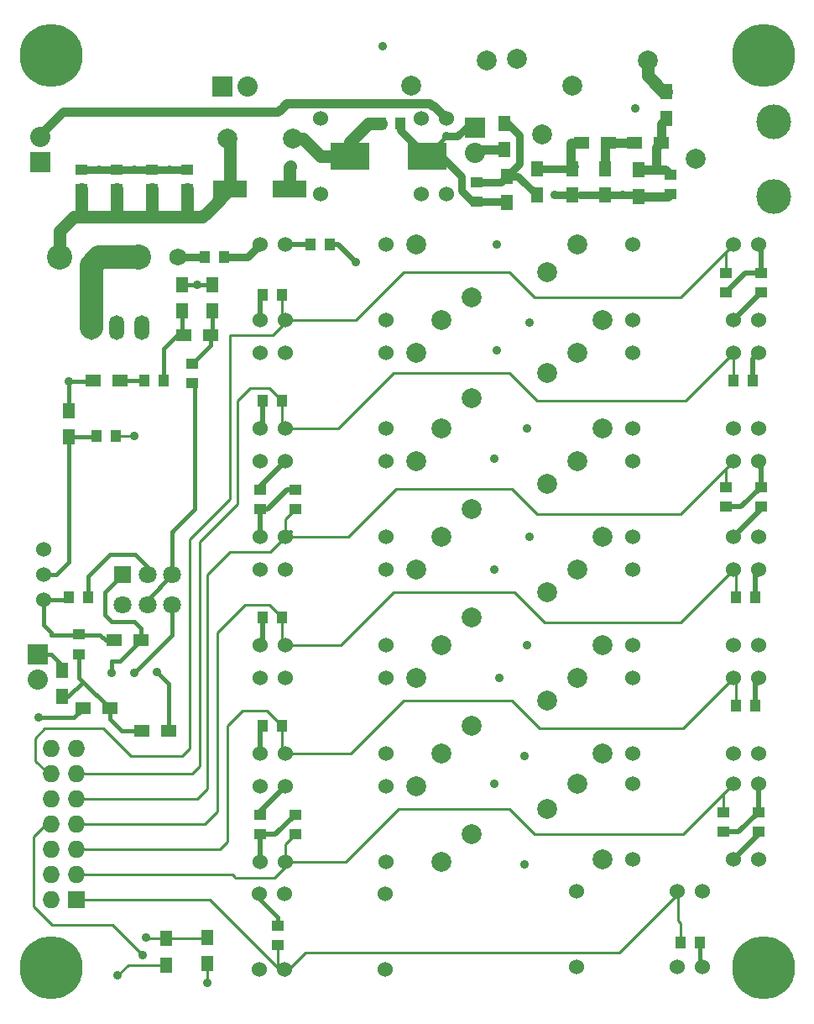
<source format=gbl>
G04 #@! TF.FileFunction,Copper,L4,Bot,Signal*
%FSLAX46Y46*%
G04 Gerber Fmt 4.6, Leading zero omitted, Abs format (unit mm)*
G04 Created by KiCad (PCBNEW 4.0.1-stable) date 10/02/2016 08:24:28*
%MOMM*%
G01*
G04 APERTURE LIST*
%ADD10C,0.100000*%
%ADD11R,1.000000X1.250000*%
%ADD12R,1.250000X1.000000*%
%ADD13C,3.500000*%
%ADD14C,2.000000*%
%ADD15C,1.524000*%
%ADD16R,1.300000X1.500000*%
%ADD17R,1.500000X1.300000*%
%ADD18C,6.350000*%
%ADD19R,2.032000X2.032000*%
%ADD20O,2.032000X2.032000*%
%ADD21O,1.501140X2.499360*%
%ADD22C,2.540000*%
%ADD23C,1.727200*%
%ADD24R,4.000500X2.700020*%
%ADD25R,3.500120X1.800860*%
%ADD26C,1.998980*%
%ADD27R,1.800000X1.800000*%
%ADD28C,1.800000*%
%ADD29R,1.727200X1.727200*%
%ADD30O,1.727200X1.727200*%
%ADD31C,0.889000*%
%ADD32C,0.780000*%
%ADD33C,0.254000*%
%ADD34C,0.381000*%
%ADD35C,0.910000*%
%ADD36C,0.508000*%
%ADD37C,1.270000*%
%ADD38C,2.400000*%
G04 APERTURE END LIST*
D10*
D11*
X128540000Y-71882000D03*
X130540000Y-71882000D03*
X125714000Y-77470000D03*
X123714000Y-77470000D03*
X152416000Y-45974000D03*
X154416000Y-45974000D03*
X134636000Y-59436000D03*
X136636000Y-59436000D03*
D12*
X125730000Y-50562000D03*
X125730000Y-52562000D03*
X132842000Y-50562000D03*
X132842000Y-52562000D03*
X122174000Y-50562000D03*
X122174000Y-52562000D03*
D13*
X192024000Y-53330000D03*
X192024000Y-45730000D03*
D14*
X184224000Y-49530000D03*
D15*
X118364000Y-91440000D03*
X118364000Y-93980000D03*
X118364000Y-88900000D03*
D16*
X175006000Y-53166000D03*
X175006000Y-50466000D03*
D17*
X172640000Y-47879000D03*
X175340000Y-47879000D03*
D16*
X171704000Y-53166000D03*
X171704000Y-50466000D03*
X135382000Y-62150000D03*
X135382000Y-64850000D03*
D17*
X132508000Y-67310000D03*
X135208000Y-67310000D03*
D16*
X132334000Y-62150000D03*
X132334000Y-64850000D03*
X181229000Y-45419000D03*
X181229000Y-42719000D03*
X178435000Y-53293000D03*
X178435000Y-50593000D03*
D17*
X177974000Y-47879000D03*
X180674000Y-47879000D03*
D18*
X191008000Y-39116000D03*
X119126000Y-39116000D03*
X191008000Y-131064000D03*
X119126000Y-131064000D03*
D19*
X117792500Y-99441000D03*
D20*
X117792500Y-101981000D03*
D17*
X123364000Y-71882000D03*
X126064000Y-71882000D03*
D16*
X120904000Y-74850000D03*
X120904000Y-77550000D03*
D12*
X129286000Y-50562000D03*
X129286000Y-52562000D03*
D15*
X159004000Y-45466000D03*
X156464000Y-45466000D03*
X146304000Y-45466000D03*
X146304000Y-53086000D03*
X159004000Y-53086000D03*
X156464000Y-53086000D03*
X140208000Y-65786000D03*
X142748000Y-65786000D03*
X152908000Y-65786000D03*
X152908000Y-58166000D03*
X140208000Y-58166000D03*
X142748000Y-58166000D03*
X140208000Y-76708000D03*
X142748000Y-76708000D03*
X152908000Y-76708000D03*
X152908000Y-69088000D03*
X140208000Y-69088000D03*
X142748000Y-69088000D03*
X140208000Y-87630000D03*
X142748000Y-87630000D03*
X152908000Y-87630000D03*
X152908000Y-80010000D03*
X140208000Y-80010000D03*
X142748000Y-80010000D03*
X140208000Y-98552000D03*
X142748000Y-98552000D03*
X152908000Y-98552000D03*
X152908000Y-90932000D03*
X140208000Y-90932000D03*
X142748000Y-90932000D03*
X140208000Y-109474000D03*
X142748000Y-109474000D03*
X152908000Y-109474000D03*
X152908000Y-101854000D03*
X140208000Y-101854000D03*
X142748000Y-101854000D03*
X140208000Y-120396000D03*
X142748000Y-120396000D03*
X152908000Y-120396000D03*
X152908000Y-112776000D03*
X140208000Y-112776000D03*
X142748000Y-112776000D03*
X140144500Y-131191000D03*
X142684500Y-131191000D03*
X152844500Y-131191000D03*
X152844500Y-123571000D03*
X140144500Y-123571000D03*
X142684500Y-123571000D03*
X190500000Y-58166000D03*
X187960000Y-58166000D03*
X177800000Y-58166000D03*
X177800000Y-65786000D03*
X190500000Y-65786000D03*
X187960000Y-65786000D03*
X190500000Y-69088000D03*
X187960000Y-69088000D03*
X177800000Y-69088000D03*
X177800000Y-76708000D03*
X190500000Y-76708000D03*
X187960000Y-76708000D03*
X190500000Y-80010000D03*
X187960000Y-80010000D03*
X177800000Y-80010000D03*
X177800000Y-87630000D03*
X190500000Y-87630000D03*
X187960000Y-87630000D03*
X190500000Y-90932000D03*
X187960000Y-90932000D03*
X177800000Y-90932000D03*
X177800000Y-98552000D03*
X190500000Y-98552000D03*
X187960000Y-98552000D03*
X190500000Y-101854000D03*
X187960000Y-101854000D03*
X177800000Y-101854000D03*
X177800000Y-109474000D03*
X190500000Y-109474000D03*
X187960000Y-109474000D03*
X190500000Y-112522000D03*
X187960000Y-112522000D03*
X177800000Y-112522000D03*
X177800000Y-120142000D03*
X190500000Y-120142000D03*
X187960000Y-120142000D03*
D19*
X118046500Y-49847500D03*
D20*
X118046500Y-47307500D03*
D19*
X136461500Y-42227500D03*
D20*
X139001500Y-42227500D03*
D21*
X125730000Y-66548000D03*
X128270000Y-66548000D03*
X123190000Y-66548000D03*
D22*
X119984000Y-59436000D03*
D23*
X123984000Y-59436000D03*
D22*
X127984000Y-59436000D03*
D23*
X131984000Y-59436000D03*
D24*
X157050740Y-49276000D03*
X149273260Y-49276000D03*
D25*
X143207740Y-52578000D03*
X137208260Y-52578000D03*
D11*
X147304000Y-58166000D03*
X145304000Y-58166000D03*
D26*
X179324000Y-39624000D03*
X171704000Y-42164000D03*
X168719500Y-47053500D03*
X166179500Y-39433500D03*
X155956000Y-58166000D03*
X158496000Y-65786000D03*
X155956000Y-69088000D03*
X158496000Y-76708000D03*
X155956000Y-80010000D03*
X158496000Y-87630000D03*
X155956000Y-90932000D03*
X158496000Y-98552000D03*
X155956000Y-101854000D03*
X158496000Y-109474000D03*
X155956000Y-112776000D03*
X158496000Y-120396000D03*
X161544000Y-63500000D03*
X169164000Y-60960000D03*
X161544000Y-73660000D03*
X169164000Y-71120000D03*
X161544000Y-84836000D03*
X169164000Y-82296000D03*
X161544000Y-95758000D03*
X169164000Y-93218000D03*
X161544000Y-106680000D03*
X169164000Y-104140000D03*
X161544000Y-117602000D03*
X169164000Y-115062000D03*
X172212000Y-58166000D03*
X174752000Y-65786000D03*
X172212000Y-69088000D03*
X174752000Y-76708000D03*
X172212000Y-80010000D03*
X174752000Y-87630000D03*
X172212000Y-90932000D03*
X174752000Y-98552000D03*
X172212000Y-101854000D03*
X174752000Y-109474000D03*
X172212000Y-112522000D03*
X174752000Y-120142000D03*
X143507460Y-47498000D03*
X136908540Y-47498000D03*
X163068000Y-39624000D03*
X155448000Y-42164000D03*
D12*
X190754000Y-62976000D03*
X190754000Y-60976000D03*
X190500000Y-117332000D03*
X190500000Y-115332000D03*
X140208000Y-115586000D03*
X140208000Y-117586000D03*
X140208000Y-82820000D03*
X140208000Y-84820000D03*
X190754000Y-84566000D03*
X190754000Y-82566000D03*
X187198000Y-62976000D03*
X187198000Y-60976000D03*
D11*
X189976000Y-71882000D03*
X187976000Y-71882000D03*
D12*
X187198000Y-84566000D03*
X187198000Y-82566000D03*
D11*
X190230000Y-93726000D03*
X188230000Y-93726000D03*
X190230000Y-104648000D03*
X188230000Y-104648000D03*
D12*
X186944000Y-117332000D03*
X186944000Y-115332000D03*
D11*
X140478000Y-63246000D03*
X142478000Y-63246000D03*
X140478000Y-73914000D03*
X142478000Y-73914000D03*
D12*
X143764000Y-82820000D03*
X143764000Y-84820000D03*
D11*
X140478000Y-95758000D03*
X142478000Y-95758000D03*
X140478000Y-106680000D03*
X142478000Y-106680000D03*
D12*
X143764000Y-115586000D03*
X143764000Y-117586000D03*
X141986000Y-126762000D03*
X141986000Y-128762000D03*
D16*
X168211500Y-53166000D03*
X168211500Y-50466000D03*
X165163500Y-53928000D03*
X165163500Y-51228000D03*
X164846000Y-48594000D03*
X164846000Y-45894000D03*
D11*
X184642000Y-128524000D03*
X182642000Y-128524000D03*
D15*
X184848500Y-123317000D03*
X182308500Y-123317000D03*
X172148500Y-123317000D03*
X172148500Y-130937000D03*
X184848500Y-130937000D03*
X182308500Y-130937000D03*
D12*
X121920000Y-99425000D03*
X121920000Y-97425000D03*
X133350000Y-72120000D03*
X133350000Y-70120000D03*
D11*
X120920000Y-93726000D03*
X122920000Y-93726000D03*
D17*
X125048000Y-104902000D03*
X122348000Y-104902000D03*
D16*
X120269000Y-101012000D03*
X120269000Y-103712000D03*
D17*
X125523000Y-98044000D03*
X128223000Y-98044000D03*
D27*
X126365000Y-91440000D03*
D28*
X128865000Y-91440000D03*
X126365000Y-94440000D03*
X131365000Y-91440000D03*
X131365000Y-94440000D03*
X128865000Y-94440000D03*
D17*
X128317000Y-107188000D03*
X131017000Y-107188000D03*
D12*
X181610000Y-51070000D03*
X181610000Y-53070000D03*
X162115500Y-51832000D03*
X162115500Y-53832000D03*
D19*
X161925000Y-46355000D03*
D20*
X161925000Y-48895000D03*
D16*
X130746500Y-128063000D03*
X130746500Y-130763000D03*
X134937500Y-130636000D03*
X134937500Y-127936000D03*
D29*
X121666000Y-124206000D03*
D30*
X119126000Y-124206000D03*
X121666000Y-121666000D03*
X119126000Y-121666000D03*
X121666000Y-119126000D03*
X119126000Y-119126000D03*
X121666000Y-116586000D03*
X119126000Y-116586000D03*
X121666000Y-114046000D03*
X119126000Y-114046000D03*
X121666000Y-111506000D03*
X119126000Y-111506000D03*
X121666000Y-108966000D03*
X119126000Y-108966000D03*
D31*
X169989500Y-53149500D03*
X152590500Y-38163500D03*
X178117500Y-44450000D03*
X134937500Y-132524500D03*
X159004000Y-47244000D03*
X127508000Y-77470000D03*
X133858000Y-62230000D03*
X131064000Y-50562000D03*
X127508000Y-50562000D03*
X123952000Y-50562000D03*
X164084000Y-58166000D03*
X167386000Y-66040000D03*
X167132000Y-76708000D03*
X163830000Y-79756000D03*
X164084000Y-68834000D03*
X167386000Y-87630000D03*
X163830000Y-90932000D03*
X167132000Y-98552000D03*
X164338000Y-101854000D03*
X166878000Y-109728000D03*
X163830000Y-112522000D03*
X166878000Y-120650000D03*
X143256000Y-50292000D03*
X176784000Y-53166000D03*
X149860000Y-59944000D03*
X117919500Y-105791000D03*
X125857000Y-131826000D03*
X128397000Y-129794000D03*
X120904000Y-71962000D03*
X125222000Y-101346000D03*
X127508000Y-101346000D03*
X129794000Y-101219000D03*
X128714500Y-128016000D03*
D32*
X162115500Y-53832000D02*
X161655000Y-53832000D01*
X161655000Y-53832000D02*
X160528000Y-52705000D01*
X160528000Y-51244500D02*
X158559500Y-49276000D01*
X160528000Y-52705000D02*
X160528000Y-51244500D01*
X158559500Y-49276000D02*
X157050740Y-49276000D01*
X162115500Y-53832000D02*
X165067500Y-53832000D01*
X165067500Y-53832000D02*
X165163500Y-53928000D01*
X171704000Y-53166000D02*
X170006000Y-53166000D01*
X170006000Y-53166000D02*
X169989500Y-53149500D01*
D33*
X134937500Y-130636000D02*
X134937500Y-132524500D01*
D34*
X120269000Y-101012000D02*
X120269000Y-100584000D01*
X120269000Y-100584000D02*
X119126000Y-99441000D01*
X119126000Y-99441000D02*
X117792500Y-99441000D01*
D32*
X159004000Y-47244000D02*
X160147000Y-47244000D01*
D34*
X157050740Y-49197260D02*
X159004000Y-47244000D01*
D32*
X160147000Y-47244000D02*
X161036000Y-46355000D01*
X161036000Y-46355000D02*
X161925000Y-46355000D01*
D35*
X178435000Y-53293000D02*
X181387000Y-53293000D01*
X181387000Y-53293000D02*
X181610000Y-53070000D01*
D34*
X118364000Y-93980000D02*
X120666000Y-93980000D01*
X120666000Y-93980000D02*
X120920000Y-93726000D01*
X122174000Y-97456000D02*
X119126000Y-97456000D01*
D33*
X125714000Y-77470000D02*
X127508000Y-77470000D01*
D34*
X119126000Y-97456000D02*
X119126000Y-97282000D01*
X119126000Y-97282000D02*
X118364000Y-96520000D01*
X118364000Y-96520000D02*
X118364000Y-93980000D01*
X135302000Y-62230000D02*
X133858000Y-62230000D01*
X133778000Y-62150000D02*
X133858000Y-62230000D01*
X133778000Y-62150000D02*
X132334000Y-62150000D01*
X135302000Y-62230000D02*
X135382000Y-62150000D01*
X125952000Y-77708000D02*
X125714000Y-77470000D01*
D36*
X140208000Y-65786000D02*
X140208000Y-63516000D01*
X140208000Y-63516000D02*
X140478000Y-63246000D01*
X140478000Y-63246000D02*
X140478000Y-63484000D01*
X140208000Y-63516000D02*
X140478000Y-63246000D01*
X140208000Y-84820000D02*
X140986000Y-84820000D01*
X142986000Y-82820000D02*
X143764000Y-82820000D01*
X140986000Y-84820000D02*
X142986000Y-82820000D01*
X140208000Y-84820000D02*
X140208000Y-87630000D01*
X140478000Y-95758000D02*
X140478000Y-98282000D01*
X140478000Y-98282000D02*
X140208000Y-98552000D01*
X140478000Y-73914000D02*
X140478000Y-76438000D01*
X140478000Y-76438000D02*
X140208000Y-76708000D01*
X140208000Y-109474000D02*
X140208000Y-106950000D01*
X140208000Y-106950000D02*
X140478000Y-106680000D01*
X140208000Y-117586000D02*
X141764000Y-117586000D01*
X141764000Y-117586000D02*
X143764000Y-115586000D01*
X140208000Y-117586000D02*
X140208000Y-120396000D01*
X190230000Y-93726000D02*
X190230000Y-91202000D01*
X190230000Y-91202000D02*
X190500000Y-90932000D01*
X190500000Y-115332000D02*
X190500000Y-112522000D01*
X186944000Y-117332000D02*
X188500000Y-117332000D01*
X188500000Y-117332000D02*
X190500000Y-115332000D01*
X190230000Y-104648000D02*
X190230000Y-102124000D01*
X190230000Y-102124000D02*
X190500000Y-101854000D01*
X189976000Y-71882000D02*
X189976000Y-69612000D01*
X189976000Y-69612000D02*
X190500000Y-69088000D01*
X190754000Y-60976000D02*
X189198000Y-60976000D01*
X189198000Y-60976000D02*
X187198000Y-62976000D01*
X190754000Y-60976000D02*
X190754000Y-58420000D01*
X190754000Y-58420000D02*
X190500000Y-58166000D01*
X187198000Y-84566000D02*
X188754000Y-84566000D01*
X188754000Y-84566000D02*
X190754000Y-82566000D01*
X190754000Y-82566000D02*
X190754000Y-80264000D01*
X190754000Y-80264000D02*
X190500000Y-80010000D01*
D32*
X129286000Y-50562000D02*
X131064000Y-50562000D01*
X131064000Y-50562000D02*
X132842000Y-50562000D01*
X125730000Y-50562000D02*
X127508000Y-50562000D01*
X127508000Y-50562000D02*
X129286000Y-50562000D01*
X122174000Y-50562000D02*
X123952000Y-50562000D01*
X123952000Y-50562000D02*
X125730000Y-50562000D01*
D37*
X143207740Y-50340260D02*
X143256000Y-50292000D01*
X143207740Y-52578000D02*
X143207740Y-50340260D01*
D32*
X176784000Y-53166000D02*
X178054000Y-53166000D01*
X175514000Y-53166000D02*
X176784000Y-53166000D01*
X173990000Y-53166000D02*
X175514000Y-53166000D01*
X172466000Y-53166000D02*
X173990000Y-53166000D01*
D34*
X157480000Y-49276000D02*
X157050740Y-49276000D01*
X157050740Y-49276000D02*
X157050740Y-49197260D01*
D32*
X154416000Y-46641260D02*
X157050740Y-49276000D01*
X154416000Y-45974000D02*
X154416000Y-46641260D01*
D34*
X184642000Y-131048000D02*
X184912000Y-131318000D01*
X184642000Y-128524000D02*
X184642000Y-131048000D01*
X141986000Y-125984000D02*
X140208000Y-124206000D01*
X141986000Y-126762000D02*
X141986000Y-125984000D01*
D36*
X148082000Y-58166000D02*
X149860000Y-59944000D01*
X147304000Y-58166000D02*
X148082000Y-58166000D01*
D34*
X124046000Y-97456000D02*
X122174000Y-97456000D01*
X124046000Y-97456000D02*
X124634000Y-98044000D01*
X125523000Y-98044000D02*
X124634000Y-98044000D01*
D35*
X161925000Y-46355000D02*
X161925000Y-45974000D01*
D34*
X122348000Y-104902000D02*
X122348000Y-104918500D01*
X122348000Y-104918500D02*
X121475500Y-105791000D01*
X121475500Y-105791000D02*
X117919500Y-105791000D01*
D33*
X126920000Y-130763000D02*
X130746500Y-130763000D01*
X125857000Y-131826000D02*
X126920000Y-130763000D01*
D32*
X131984000Y-59436000D02*
X134636000Y-59436000D01*
D37*
X122174000Y-52562000D02*
X122174000Y-55372000D01*
X122174000Y-55372000D02*
X121412000Y-55372000D01*
X125730000Y-52562000D02*
X125730000Y-55372000D01*
X125730000Y-55372000D02*
X125730000Y-55118000D01*
X125730000Y-55118000D02*
X125730000Y-55372000D01*
X129286000Y-52562000D02*
X129286000Y-55372000D01*
X129286000Y-55372000D02*
X129286000Y-54864000D01*
X129286000Y-54864000D02*
X129286000Y-55372000D01*
X132842000Y-52562000D02*
X132842000Y-55372000D01*
X132842000Y-55372000D02*
X132842000Y-54864000D01*
X132842000Y-54864000D02*
X132842000Y-55372000D01*
X119984000Y-59436000D02*
X119984000Y-56800000D01*
X121412000Y-55372000D02*
X125730000Y-55372000D01*
X125730000Y-55372000D02*
X129286000Y-55372000D01*
X129286000Y-55372000D02*
X132842000Y-55372000D01*
X119984000Y-56800000D02*
X121412000Y-55372000D01*
X134414260Y-55372000D02*
X134874000Y-54912260D01*
X134874000Y-54912260D02*
X137208260Y-52578000D01*
X132842000Y-55372000D02*
X134414260Y-55372000D01*
X137208260Y-47797720D02*
X136908540Y-47498000D01*
X137208260Y-52578000D02*
X137208260Y-47797720D01*
D33*
X125349000Y-126746000D02*
X128397000Y-129794000D01*
X119253000Y-126746000D02*
X125349000Y-126746000D01*
X117348000Y-124841000D02*
X119253000Y-126746000D01*
X117348000Y-117856000D02*
X117348000Y-124841000D01*
X118618000Y-116586000D02*
X117348000Y-117856000D01*
X119126000Y-116586000D02*
X118618000Y-116586000D01*
D37*
X181229000Y-42719000D02*
X180895000Y-42719000D01*
X180895000Y-42719000D02*
X179324000Y-41148000D01*
X179324000Y-41148000D02*
X179324000Y-39624000D01*
D34*
X126064000Y-71882000D02*
X128540000Y-71882000D01*
X132508000Y-67310000D02*
X131826000Y-67310000D01*
X131826000Y-67310000D02*
X130540000Y-68596000D01*
X130540000Y-68596000D02*
X130540000Y-71882000D01*
X132334000Y-64850000D02*
X132334000Y-67136000D01*
X132334000Y-67136000D02*
X132508000Y-67310000D01*
X123634000Y-77550000D02*
X123714000Y-77470000D01*
X120904000Y-77550000D02*
X123634000Y-77550000D01*
X119634000Y-91440000D02*
X120904000Y-90170000D01*
X120904000Y-90170000D02*
X120904000Y-77550000D01*
X118364000Y-91440000D02*
X119634000Y-91440000D01*
X120904000Y-71962000D02*
X123284000Y-71962000D01*
X123284000Y-71962000D02*
X123364000Y-71882000D01*
X120904000Y-74850000D02*
X120904000Y-71962000D01*
D35*
X118046500Y-47307500D02*
X118046500Y-47053500D01*
X118046500Y-47053500D02*
X120332500Y-44767500D01*
X120332500Y-44767500D02*
X142049500Y-44767500D01*
X142049500Y-44767500D02*
X142430500Y-44386500D01*
X154178000Y-43942000D02*
X142875000Y-43942000D01*
X142875000Y-43942000D02*
X142430500Y-44386500D01*
X157734000Y-44196000D02*
X157607000Y-44196000D01*
X157607000Y-44196000D02*
X157353000Y-43942000D01*
X157353000Y-43942000D02*
X154178000Y-43942000D01*
X159004000Y-45466000D02*
X157734000Y-44196000D01*
D32*
X159258000Y-45212000D02*
X159004000Y-45466000D01*
D33*
X119126000Y-111506000D02*
X118872000Y-111506000D01*
X118872000Y-111506000D02*
X117538500Y-110172500D01*
X117538500Y-110172500D02*
X117538500Y-107886500D01*
X117538500Y-107886500D02*
X118491000Y-106934000D01*
X118491000Y-106934000D02*
X124396500Y-106934000D01*
X124396500Y-106934000D02*
X127190500Y-109728000D01*
X127190500Y-109728000D02*
X132334000Y-109728000D01*
X137160000Y-83820000D02*
X137160000Y-74930000D01*
X133096000Y-87884000D02*
X137160000Y-83820000D01*
X133096000Y-107188000D02*
X133096000Y-87884000D01*
X133096000Y-107188000D02*
X133096000Y-108966000D01*
X132842000Y-109220000D02*
X133096000Y-108966000D01*
X132334000Y-109728000D02*
X132842000Y-109220000D01*
X137160000Y-74930000D02*
X137160000Y-67310000D01*
X142478000Y-63246000D02*
X142478000Y-65516000D01*
X142478000Y-65516000D02*
X142748000Y-65786000D01*
X187198000Y-60976000D02*
X187198000Y-58928000D01*
X187198000Y-58928000D02*
X187960000Y-58166000D01*
X149860000Y-65786000D02*
X154686000Y-60960000D01*
X154686000Y-60960000D02*
X165354000Y-60960000D01*
X165354000Y-60960000D02*
X167894000Y-63500000D01*
X167894000Y-63500000D02*
X182626000Y-63500000D01*
X182626000Y-63500000D02*
X187960000Y-58166000D01*
X142748000Y-65786000D02*
X149860000Y-65786000D01*
X141478000Y-67310000D02*
X137160000Y-67310000D01*
X142748000Y-66040000D02*
X141478000Y-67310000D01*
X142748000Y-65786000D02*
X142748000Y-66040000D01*
X137160000Y-74930000D02*
X137160000Y-74676000D01*
X121666000Y-111506000D02*
X133350000Y-111506000D01*
X142478000Y-73914000D02*
X142478000Y-76438000D01*
X142478000Y-76438000D02*
X142748000Y-76708000D01*
X137922000Y-75438000D02*
X137922000Y-73914000D01*
X141208000Y-72644000D02*
X142478000Y-73914000D01*
X139192000Y-72644000D02*
X141208000Y-72644000D01*
X137922000Y-73914000D02*
X139192000Y-72644000D01*
X187976000Y-71882000D02*
X187976000Y-69104000D01*
X187976000Y-69104000D02*
X187960000Y-69088000D01*
X137922000Y-84328000D02*
X137922000Y-75438000D01*
X137922000Y-75438000D02*
X137922000Y-75184000D01*
X148082000Y-76708000D02*
X153670000Y-71120000D01*
X153670000Y-71120000D02*
X165354000Y-71120000D01*
X165354000Y-71120000D02*
X168148000Y-73914000D01*
X168148000Y-73914000D02*
X183134000Y-73914000D01*
X183134000Y-73914000D02*
X187960000Y-69088000D01*
X142748000Y-76708000D02*
X148082000Y-76708000D01*
X134112000Y-109220000D02*
X134112000Y-88138000D01*
X134112000Y-88138000D02*
X137922000Y-84328000D01*
X134112000Y-110744000D02*
X134112000Y-109220000D01*
X133350000Y-111506000D02*
X134112000Y-110744000D01*
X121666000Y-114046000D02*
X133858000Y-114046000D01*
X142748000Y-87630000D02*
X142748000Y-85836000D01*
X142748000Y-85836000D02*
X143764000Y-84820000D01*
X187198000Y-82566000D02*
X187198000Y-80772000D01*
X187198000Y-80772000D02*
X187960000Y-80010000D01*
X149098000Y-87630000D02*
X153924000Y-82804000D01*
X153924000Y-82804000D02*
X165608000Y-82804000D01*
X165608000Y-82804000D02*
X168148000Y-85344000D01*
X168148000Y-85344000D02*
X182626000Y-85344000D01*
X182626000Y-85344000D02*
X187960000Y-80010000D01*
X142748000Y-87630000D02*
X149098000Y-87630000D01*
D34*
X143256000Y-87122000D02*
X142748000Y-87630000D01*
D33*
X141224000Y-89154000D02*
X142748000Y-87630000D01*
X133858000Y-114046000D02*
X134874000Y-113030000D01*
X134874000Y-112268000D02*
X134874000Y-91694000D01*
X134874000Y-91440000D02*
X137160000Y-89154000D01*
X137160000Y-89154000D02*
X141224000Y-89154000D01*
X134874000Y-91694000D02*
X134874000Y-91440000D01*
X134874000Y-112268000D02*
X134874000Y-113030000D01*
X121666000Y-116586000D02*
X134620000Y-116586000D01*
X134620000Y-116586000D02*
X135382000Y-115824000D01*
X135382000Y-115824000D02*
X135636000Y-115570000D01*
X135509000Y-115697000D02*
X135636000Y-115570000D01*
X135382000Y-115824000D02*
X135509000Y-115697000D01*
X135890000Y-115316000D02*
X135509000Y-115697000D01*
X135890000Y-98552000D02*
X135890000Y-97282000D01*
X135890000Y-114808000D02*
X135890000Y-98552000D01*
X135890000Y-115316000D02*
X135890000Y-114808000D01*
X142478000Y-95758000D02*
X142478000Y-98282000D01*
X142478000Y-98282000D02*
X142748000Y-98552000D01*
X188230000Y-93726000D02*
X188230000Y-91202000D01*
X188230000Y-91202000D02*
X187960000Y-90932000D01*
X148336000Y-98552000D02*
X153670000Y-93218000D01*
X153670000Y-93218000D02*
X165862000Y-93218000D01*
X165862000Y-93218000D02*
X168910000Y-96266000D01*
X168910000Y-96266000D02*
X182626000Y-96266000D01*
X182626000Y-96266000D02*
X187960000Y-90932000D01*
X142748000Y-98552000D02*
X148336000Y-98552000D01*
X142478000Y-95758000D02*
X141208000Y-94488000D01*
X138684000Y-94488000D02*
X141208000Y-94488000D01*
X135890000Y-97282000D02*
X138684000Y-94488000D01*
X121666000Y-119126000D02*
X136144000Y-119126000D01*
X142478000Y-106680000D02*
X142478000Y-109204000D01*
X142478000Y-109204000D02*
X142748000Y-109474000D01*
X188230000Y-104648000D02*
X188230000Y-102124000D01*
X188230000Y-102124000D02*
X187960000Y-101854000D01*
X149352000Y-109474000D02*
X154686000Y-104140000D01*
X154686000Y-104140000D02*
X165608000Y-104140000D01*
X165608000Y-104140000D02*
X168402000Y-106934000D01*
X168402000Y-106934000D02*
X182880000Y-106934000D01*
X182880000Y-106934000D02*
X187960000Y-101854000D01*
X142748000Y-109474000D02*
X149352000Y-109474000D01*
X136906000Y-106680000D02*
X138430000Y-105156000D01*
X138430000Y-105156000D02*
X140954000Y-105156000D01*
X140954000Y-105156000D02*
X142478000Y-106680000D01*
X136906000Y-115316000D02*
X136906000Y-108712000D01*
X136906000Y-108712000D02*
X136906000Y-106680000D01*
X136906000Y-115316000D02*
X136906000Y-118364000D01*
X136144000Y-119126000D02*
X136906000Y-118364000D01*
X137731500Y-121983500D02*
X141668500Y-121983500D01*
X121666000Y-121666000D02*
X137414000Y-121666000D01*
X137668000Y-121920000D02*
X137731500Y-121983500D01*
X141668500Y-121983500D02*
X142748000Y-120904000D01*
X137414000Y-121666000D02*
X137668000Y-121920000D01*
X142748000Y-120396000D02*
X142748000Y-118602000D01*
X142748000Y-118602000D02*
X143764000Y-117586000D01*
D36*
X143764000Y-117586000D02*
X143780000Y-117602000D01*
D33*
X186944000Y-113538000D02*
X183134000Y-117348000D01*
X182880000Y-117602000D02*
X181356000Y-117602000D01*
X183134000Y-117348000D02*
X182880000Y-117602000D01*
X186944000Y-115332000D02*
X186944000Y-113538000D01*
X186944000Y-113538000D02*
X187960000Y-112522000D01*
X148844000Y-120396000D02*
X154178000Y-115062000D01*
X142748000Y-120396000D02*
X148844000Y-120396000D01*
X167894000Y-117602000D02*
X181356000Y-117602000D01*
X165354000Y-115062000D02*
X167894000Y-117602000D01*
X154178000Y-115062000D02*
X165354000Y-115062000D01*
X142748000Y-120904000D02*
X142748000Y-120396000D01*
X182642000Y-128524000D02*
X182642000Y-126571500D01*
X182372000Y-126301500D02*
X182372000Y-123698000D01*
X182642000Y-126571500D02*
X182372000Y-126301500D01*
X182372000Y-123698000D02*
X182308500Y-123698000D01*
X182308500Y-123698000D02*
X176466500Y-129540000D01*
X144780000Y-129540000D02*
X176466500Y-129540000D01*
X142748000Y-131572000D02*
X144780000Y-129540000D01*
X121666000Y-124206000D02*
X135128000Y-124206000D01*
X135382000Y-124460000D02*
X141478000Y-130556000D01*
X135128000Y-124206000D02*
X135382000Y-124460000D01*
X142748000Y-131826000D02*
X142748000Y-131572000D01*
X141986000Y-131064000D02*
X142748000Y-131826000D01*
X141986000Y-128762000D02*
X141986000Y-131064000D01*
X141478000Y-130556000D02*
X141224000Y-130302000D01*
X142748000Y-131826000D02*
X141478000Y-130556000D01*
D38*
X123984000Y-59436000D02*
X127984000Y-59436000D01*
X123190000Y-66548000D02*
X123190000Y-60230000D01*
X123190000Y-60230000D02*
X123984000Y-59436000D01*
D35*
X175006000Y-50466000D02*
X175006000Y-48213000D01*
X175006000Y-48213000D02*
X175340000Y-47879000D01*
X175340000Y-47879000D02*
X177974000Y-47879000D01*
D32*
X136636000Y-59436000D02*
X138938000Y-59436000D01*
X138938000Y-59436000D02*
X140208000Y-58166000D01*
D36*
X190754000Y-62992000D02*
X187960000Y-65786000D01*
D34*
X122920000Y-93726000D02*
X122920000Y-91583000D01*
X122920000Y-91583000D02*
X123063000Y-91440000D01*
X123063000Y-91440000D02*
X125095000Y-89408000D01*
X125095000Y-89408000D02*
X127635000Y-89408000D01*
X127635000Y-89408000D02*
X128865000Y-90638000D01*
X128865000Y-90638000D02*
X128865000Y-91440000D01*
D37*
X144526000Y-47498000D02*
X143507460Y-47498000D01*
X144526000Y-47498000D02*
X146304000Y-49276000D01*
X149273260Y-49276000D02*
X146304000Y-49276000D01*
X151130000Y-45974000D02*
X149273260Y-47830740D01*
X149273260Y-47830740D02*
X149273260Y-49276000D01*
X152416000Y-45974000D02*
X151130000Y-45974000D01*
D36*
X140208000Y-82820000D02*
X140208000Y-82550000D01*
X140208000Y-82550000D02*
X142748000Y-80010000D01*
X140208000Y-115586000D02*
X140208000Y-115316000D01*
X140208000Y-115316000D02*
X142748000Y-112776000D01*
X190500000Y-117332000D02*
X190500000Y-117602000D01*
X190500000Y-117602000D02*
X187960000Y-120142000D01*
X190754000Y-62976000D02*
X190754000Y-62992000D01*
X190754000Y-84566000D02*
X190754000Y-84836000D01*
X190754000Y-84836000D02*
X187960000Y-87630000D01*
X142478000Y-113046000D02*
X142748000Y-112776000D01*
X145304000Y-58166000D02*
X142748000Y-58166000D01*
D34*
X131365000Y-91440000D02*
X131365000Y-87075000D01*
X131445000Y-87122000D02*
X131445000Y-86995000D01*
X131412000Y-87122000D02*
X131445000Y-87122000D01*
X131365000Y-87075000D02*
X131412000Y-87122000D01*
X128865000Y-94440000D02*
X128865000Y-93940000D01*
X128865000Y-93940000D02*
X131365000Y-91440000D01*
X133604000Y-75946000D02*
X133604000Y-84836000D01*
X133604000Y-84836000D02*
X131445000Y-86995000D01*
X133604000Y-72374000D02*
X133604000Y-75946000D01*
X133604000Y-72374000D02*
X133350000Y-72120000D01*
X135208000Y-67310000D02*
X135208000Y-68262000D01*
X135208000Y-68262000D02*
X133350000Y-70120000D01*
X135382000Y-64850000D02*
X135382000Y-67136000D01*
X135382000Y-67136000D02*
X135208000Y-67310000D01*
X125984000Y-100156000D02*
X126064000Y-100156000D01*
X125222000Y-100156000D02*
X125984000Y-100156000D01*
X125222000Y-101346000D02*
X125222000Y-100156000D01*
X127508000Y-96139000D02*
X128223000Y-96854000D01*
X128223000Y-96854000D02*
X128223000Y-98044000D01*
X125603000Y-96139000D02*
X125222000Y-96139000D01*
X125222000Y-96139000D02*
X124587000Y-95504000D01*
X124587000Y-95504000D02*
X124587000Y-93218000D01*
X126365000Y-91440000D02*
X124587000Y-93218000D01*
X125603000Y-96139000D02*
X127508000Y-96139000D01*
X126111000Y-100156000D02*
X128223000Y-98044000D01*
X125984000Y-100156000D02*
X126111000Y-100156000D01*
X131365000Y-94440000D02*
X131365000Y-97489000D01*
X131365000Y-97489000D02*
X127508000Y-101346000D01*
X120269000Y-103712000D02*
X120887500Y-103712000D01*
X120887500Y-103712000D02*
X122372750Y-102226750D01*
X121920000Y-101028500D02*
X121920000Y-101774000D01*
X121920000Y-101774000D02*
X122372750Y-102226750D01*
X122372750Y-102226750D02*
X125048000Y-104902000D01*
X128317000Y-107188000D02*
X126238000Y-107188000D01*
X125048000Y-105998000D02*
X125048000Y-104902000D01*
X126238000Y-107188000D02*
X125048000Y-105998000D01*
X121920000Y-99425000D02*
X121920000Y-101028500D01*
X131017000Y-107188000D02*
X131017000Y-102442000D01*
X131017000Y-102442000D02*
X129794000Y-101219000D01*
D35*
X180213000Y-50593000D02*
X180213000Y-48340000D01*
X180213000Y-48340000D02*
X180674000Y-47879000D01*
X178435000Y-50593000D02*
X180213000Y-50593000D01*
X180213000Y-50593000D02*
X181133000Y-50593000D01*
X181133000Y-50593000D02*
X181610000Y-51070000D01*
X180674000Y-48006000D02*
X180674000Y-45974000D01*
X180674000Y-45974000D02*
X181229000Y-45419000D01*
D32*
X164846000Y-45894000D02*
X165210500Y-45894000D01*
X165210500Y-45894000D02*
X166433500Y-47117000D01*
X166433500Y-47117000D02*
X166433500Y-49958000D01*
X166433500Y-49958000D02*
X165163500Y-51228000D01*
X165163500Y-51228000D02*
X166273500Y-51228000D01*
X166273500Y-51228000D02*
X168211500Y-53166000D01*
X162115500Y-51832000D02*
X164559500Y-51832000D01*
X164559500Y-51832000D02*
X165163500Y-51228000D01*
D35*
X164846000Y-48594000D02*
X162226000Y-48594000D01*
X162226000Y-48594000D02*
X161925000Y-48895000D01*
D32*
X168211500Y-50466000D02*
X171704000Y-50466000D01*
D35*
X171577000Y-47879000D02*
X171577000Y-50339000D01*
X171577000Y-50339000D02*
X171704000Y-50466000D01*
X171577000Y-47879000D02*
X172640000Y-47879000D01*
D36*
X171878000Y-50292000D02*
X171704000Y-50466000D01*
D35*
X171878000Y-50292000D02*
X171704000Y-50466000D01*
D32*
X171878000Y-50292000D02*
X171704000Y-50466000D01*
D33*
X130746500Y-128063000D02*
X134810500Y-128063000D01*
X134810500Y-128063000D02*
X134937500Y-127936000D01*
X128761500Y-128063000D02*
X130746500Y-128063000D01*
X128714500Y-128016000D02*
X128761500Y-128063000D01*
M02*

</source>
